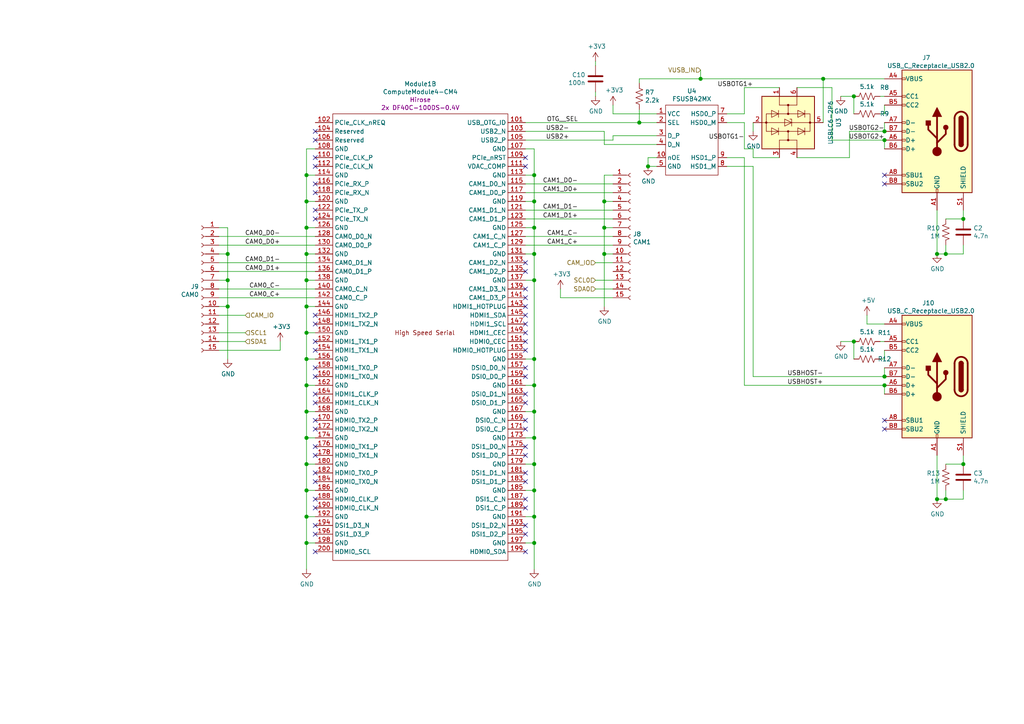
<source format=kicad_sch>
(kicad_sch (version 20201015) (generator eeschema)
  (paper "A4")
  (title_block (title "CM4 Breakout 2 (Cameras and USB)"))
  (lib_symbols
    (symbol "CM4IO:ComputeModule4-CM4"
      (property "Reference" "Module" (at 113.03 -68.58 0))
      (property "Value" "ComputeModule4-CM4" (at 140.97 2.54 0))
      (property "Field4" "Hirose" (at 0 0 0))
      (property "Field5" "2x DF40C-100DS-0.4V" (at 0 -2.54 0))
      (symbol "ComputeModule4-CM4_1_0"
        (text "GPIO" (at 0 6.35 0) (effects (font (size 1.27 1.27))))
      )
      (symbol "ComputeModule4-CM4_1_1"
        (text "600mA Max" (at -8.89 -53.34 0) (effects (font (size 1.27 1.27))))
        (text "600mA Max" (at -8.89 -48.26 0) (effects (font (size 1.27 1.27))))
        (text "NB SD signals are only available" (at -1.27 -27.94 0) (effects (font (size 1.27 1.27))))
        (text "on modules without eMMC" (at -1.27 -30.48 0) (effects (font (size 1.27 1.27))))
        (rectangle (start -30.48 -71.12) (end 25.4 58.42))
        (pin power_in line (at 27.94 55.88 180) (length 2.54) (name "GND") (number "1"))
        (pin passive line (at -33.02 45.72 0) (length 2.54) (name "Ethernet_Pair0_N") (number "10"))
        (pin output line (at -33.02 -68.58 0) (length 2.54) (name "nEXTRST") (number "100"))
        (pin passive line (at 27.94 43.18 180) (length 2.54) (name "Ethernet_Pair2_P") (number "11"))
        (pin passive line (at -33.02 43.18 0) (length 2.54) (name "Ethernet_Pair0_P") (number "12"))
        (pin power_in line (at 27.94 40.64 180) (length 2.54) (name "GND") (number "13"))
        (pin power_in line (at -33.02 40.64 0) (length 2.54) (name "GND") (number "14"))
        (pin output line (at 27.94 38.1 180) (length 2.54) (name "Ethernet_nLED3(3.3v)") (number "15"))
        (pin input line (at -33.02 38.1 0) (length 2.54) (name "Ethernet_SYNC_IN(1.8v)") (number "16"))
        (pin output line (at 27.94 35.56 180) (length 2.54) (name "Ethernet_nLED2(3.3v)") (number "17"))
        (pin input line (at -33.02 35.56 0) (length 2.54) (name "Ethernet_SYNC_OUT(1.8v)") (number "18"))
        (pin output line (at 27.94 33.02 180) (length 2.54) (name "Ethernet_nLED1(3.3v)") (number "19"))
        (pin power_in line (at -33.02 55.88 0) (length 2.54) (name "GND") (number "2"))
        (pin passive line (at -33.02 33.02 0) (length 2.54) (name "EEPROM_nWP") (number "20"))
        (pin open_collector line (at 27.94 30.48 180) (length 2.54) (name "PI_nLED_Activity") (number "21"))
        (pin power_in line (at -33.02 30.48 0) (length 2.54) (name "GND") (number "22"))
        (pin power_in line (at 27.94 27.94 180) (length 2.54) (name "GND") (number "23"))
        (pin passive line (at -33.02 27.94 0) (length 2.54) (name "GPIO26") (number "24"))
        (pin passive line (at 27.94 25.4 180) (length 2.54) (name "GPIO21") (number "25"))
        (pin passive line (at -33.02 25.4 0) (length 2.54) (name "GPIO19") (number "26"))
        (pin passive line (at 27.94 22.86 180) (length 2.54) (name "GPIO20") (number "27"))
        (pin passive line (at -33.02 22.86 0) (length 2.54) (name "GPIO13") (number "28"))
        (pin passive line (at 27.94 20.32 180) (length 2.54) (name "GPIO16") (number "29"))
        (pin passive line (at 27.94 53.34 180) (length 2.54) (name "Ethernet_Pair3_P") (number "3"))
        (pin passive line (at -33.02 20.32 0) (length 2.54) (name "GPIO6") (number "30"))
        (pin passive line (at 27.94 17.78 180) (length 2.54) (name "GPIO12") (number "31"))
        (pin power_in line (at -33.02 17.78 0) (length 2.54) (name "GND") (number "32"))
        (pin power_in line (at 27.94 15.24 180) (length 2.54) (name "GND") (number "33"))
        (pin passive line (at -33.02 15.24 0) (length 2.54) (name "GPIO5") (number "34"))
        (pin passive line (at 27.94 12.7 180) (length 2.54) (name "ID_SC") (number "35"))
        (pin passive line (at -33.02 12.7 0) (length 2.54) (name "ID_SD") (number "36"))
        (pin passive line (at 27.94 10.16 180) (length 2.54) (name "GPIO7") (number "37"))
        (pin passive line (at -33.02 10.16 0) (length 2.54) (name "GPIO11") (number "38"))
        (pin passive line (at 27.94 7.62 180) (length 2.54) (name "GPIO8") (number "39"))
        (pin passive line (at -33.02 53.34 0) (length 2.54) (name "Ethernet_Pair1_P") (number "4"))
        (pin passive line (at -33.02 7.62 0) (length 2.54) (name "GPIO9") (number "40"))
        (pin passive line (at 27.94 5.08 180) (length 2.54) (name "GPIO25") (number "41"))
        (pin power_in line (at -33.02 5.08 0) (length 2.54) (name "GND") (number "42"))
        (pin power_in line (at 27.94 2.54 180) (length 2.54) (name "GND") (number "43"))
        (pin passive line (at -33.02 2.54 0) (length 2.54) (name "GPIO10") (number "44"))
        (pin passive line (at 27.94 0 180) (length 2.54) (name "GPIO24") (number "45"))
        (pin passive line (at -33.02 0 0) (length 2.54) (name "GPIO22") (number "46"))
        (pin passive line (at 27.94 -2.54 180) (length 2.54) (name "GPIO23") (number "47"))
        (pin passive line (at -33.02 -2.54 0) (length 2.54) (name "GPIO27") (number "48"))
        (pin passive line (at 27.94 -5.08 180) (length 2.54) (name "GPIO18") (number "49"))
        (pin passive line (at 27.94 50.8 180) (length 2.54) (name "Ethernet_Pair3_N") (number "5"))
        (pin passive line (at -33.02 -5.08 0) (length 2.54) (name "GPIO17") (number "50"))
        (pin passive line (at 27.94 -7.62 180) (length 2.54) (name "GPIO15") (number "51"))
        (pin power_in line (at -33.02 -7.62 0) (length 2.54) (name "GND") (number "52"))
        (pin power_in line (at 27.94 -10.16 180) (length 2.54) (name "GND") (number "53"))
        (pin passive line (at -33.02 -10.16 0) (length 2.54) (name "GPIO4") (number "54"))
        (pin passive line (at 27.94 -12.7 180) (length 2.54) (name "GPIO14") (number "55"))
        (pin passive line (at -33.02 -12.7 0) (length 2.54) (name "GPIO3") (number "56"))
        (pin passive line (at 27.94 -15.24 180) (length 2.54) (name "SD_CLK") (number "57"))
        (pin passive line (at -33.02 -15.24 0) (length 2.54) (name "GPIO2") (number "58"))
        (pin power_in line (at 27.94 -17.78 180) (length 2.54) (name "GND") (number "59"))
        (pin passive line (at -33.02 50.8 0) (length 2.54) (name "Ethernet_Pair1_N") (number "6"))
        (pin power_in line (at -33.02 -17.78 0) (length 2.54) (name "GND") (number "60"))
        (pin passive line (at 27.94 -20.32 180) (length 2.54) (name "SD_DAT3") (number "61"))
        (pin passive line (at -33.02 -20.32 0) (length 2.54) (name "SD_CMD") (number "62"))
        (pin passive line (at 27.94 -22.86 180) (length 2.54) (name "SD_DAT0") (number "63"))
        (pin passive line (at -33.02 -22.86 0) (length 2.54) (name "SD_DAT5") (number "64"))
        (pin power_in line (at 27.94 -25.4 180) (length 2.54) (name "GND") (number "65"))
        (pin power_in line (at -33.02 -25.4 0) (length 2.54) (name "GND") (number "66"))
        (pin passive line (at 27.94 -27.94 180) (length 2.54) (name "SD_DAT1") (number "67"))
        (pin passive line (at -33.02 -27.94 0) (length 2.54) (name "SD_DAT4") (number "68"))
        (pin passive line (at 27.94 -30.48 180) (length 2.54) (name "SD_DAT2") (number "69"))
        (pin power_in line (at 27.94 48.26 180) (length 2.54) (name "GND") (number "7"))
        (pin passive line (at -33.02 -30.48 0) (length 2.54) (name "SD_DAT7") (number "70"))
        (pin power_in line (at 27.94 -33.02 180) (length 2.54) (name "GND") (number "71"))
        (pin passive line (at -33.02 -33.02 0) (length 2.54) (name "SD_DAT6") (number "72"))
        (pin input line (at 27.94 -35.56 180) (length 2.54) (name "SD_VDD_Override") (number "73"))
        (pin power_in line (at -33.02 -35.56 0) (length 2.54) (name "GND") (number "74"))
        (pin output line (at 27.94 -38.1 180) (length 2.54) (name "SD_PWR_ON") (number "75"))
        (pin passive line (at -33.02 -38.1 0) (length 2.54) (name "Reserved") (number "76"))
        (pin power_in line (at 27.94 -40.64 180) (length 2.54) (name "+5v_(Input)") (number "77"))
        (pin power_in line (at -33.02 -40.64 0) (length 2.54) (name "GPIO_VREF(1.8v/3.3v_Input)") (number "78"))
        (pin power_in line (at 27.94 -43.18 180) (length 2.54) (name "+5v_(Input)") (number "79"))
        (pin power_in line (at -33.02 48.26 0) (length 2.54) (name "GND") (number "8"))
        (pin passive line (at -33.02 -43.18 0) (length 2.54) (name "SCL0") (number "80"))
        (pin power_in line (at 27.94 -45.72 180) (length 2.54) (name "+5v_(Input)") (number "81"))
        (pin passive line (at -33.02 -45.72 0) (length 2.54) (name "SDA0") (number "82"))
        (pin power_in line (at 27.94 -48.26 180) (length 2.54) (name "+5v_(Input)") (number "83"))
        (pin power_out line (at -33.02 -48.26 0) (length 2.54) (name "+3.3v_(Output)") (number "84"))
        (pin power_in line (at 27.94 -50.8 180) (length 2.54) (name "+5v_(Input)") (number "85"))
        (pin power_out line (at -33.02 -50.8 0) (length 2.54) (name "+3.3v_(Output)") (number "86"))
        (pin power_in line (at 27.94 -53.34 180) (length 2.54) (name "+5v_(Input)") (number "87"))
        (pin power_out line (at -33.02 -53.34 0) (length 2.54) (name "+1.8v_(Output)") (number "88"))
        (pin power_in line (at 27.94 -55.88 180) (length 2.54) (name "WiFi_nDisable") (number "89"))
        (pin passive line (at 27.94 45.72 180) (length 2.54) (name "Ethernet_Pair2_N") (number "9"))
        (pin power_out line (at -33.02 -55.88 0) (length 2.54) (name "+1.8v_(Output)") (number "90"))
        (pin power_in line (at 27.94 -58.42 180) (length 2.54) (name "BT_nDisable") (number "91"))
        (pin passive line (at -33.02 -58.42 0) (length 2.54) (name "RUN_PG") (number "92"))
        (pin input line (at 27.94 -60.96 180) (length 2.54) (name "nRPIBOOT") (number "93"))
        (pin passive line (at -33.02 -60.96 0) (length 2.54) (name "AnalogIP0") (number "94"))
        (pin output line (at 27.94 -63.5 180) (length 2.54) (name "nPI_LED_PWR") (number "95"))
        (pin passive line (at -33.02 -63.5 0) (length 2.54) (name "AnalogIP1") (number "96"))
        (pin passive line (at 27.94 -66.04 180) (length 2.54) (name "Camera_GPIO") (number "97"))
        (pin power_in line (at -33.02 -66.04 0) (length 2.54) (name "GND") (number "98"))
        (pin input line (at 27.94 -68.58 180) (length 2.54) (name "Global_EN") (number "99"))
      )
      (symbol "ComputeModule4-CM4_2_1"
        (text "High Speed Serial" (at 140.97 0 0) (effects (font (size 1.27 1.27))))
        (rectangle (start 114.3 -66.04) (end 165.1 63.5))
        (pin input line (at 170.18 60.96 180) (length 5.08) (name "USB_OTG_ID") (number "101"))
        (pin input line (at 109.22 60.96 0) (length 5.08) (name "PCIe_CLK_nREQ") (number "102"))
        (pin passive line (at 170.18 58.42 180) (length 5.08) (name "USB2_N") (number "103"))
        (pin passive line (at 109.22 58.42 0) (length 5.08) (name "Reserved") (number "104"))
        (pin passive line (at 170.18 55.88 180) (length 5.08) (name "USB2_P") (number "105"))
        (pin passive line (at 109.22 55.88 0) (length 5.08) (name "Reserved") (number "106"))
        (pin power_in line (at 170.18 53.34 180) (length 5.08) (name "GND") (number "107"))
        (pin power_in line (at 109.22 53.34 0) (length 5.08) (name "GND") (number "108"))
        (pin bidirectional line (at 170.18 50.8 180) (length 5.08) (name "PCIe_nRST") (number "109"))
        (pin output line (at 109.22 50.8 0) (length 5.08) (name "PCIe_CLK_P") (number "110"))
        (pin passive line (at 170.18 48.26 180) (length 5.08) (name "VDAC_COMP") (number "111"))
        (pin output line (at 109.22 48.26 0) (length 5.08) (name "PCIe_CLK_N") (number "112"))
        (pin power_in line (at 170.18 45.72 180) (length 5.08) (name "GND") (number "113"))
        (pin power_in line (at 109.22 45.72 0) (length 5.08) (name "GND") (number "114"))
        (pin input line (at 170.18 43.18 180) (length 5.08) (name "CAM1_D0_N") (number "115"))
        (pin input line (at 109.22 43.18 0) (length 5.08) (name "PCIe_RX_P") (number "116"))
        (pin input line (at 170.18 40.64 180) (length 5.08) (name "CAM1_D0_P") (number "117"))
        (pin input line (at 109.22 40.64 0) (length 5.08) (name "PCIe_RX_N") (number "118"))
        (pin power_in line (at 170.18 38.1 180) (length 5.08) (name "GND") (number "119"))
        (pin power_in line (at 109.22 38.1 0) (length 5.08) (name "GND") (number "120"))
        (pin input line (at 170.18 35.56 180) (length 5.08) (name "CAM1_D1_N") (number "121"))
        (pin output line (at 109.22 35.56 0) (length 5.08) (name "PCIe_TX_P") (number "122"))
        (pin input line (at 170.18 33.02 180) (length 5.08) (name "CAM1_D1_P") (number "123"))
        (pin output line (at 109.22 33.02 0) (length 5.08) (name "PCIe_TX_N") (number "124"))
        (pin power_in line (at 170.18 30.48 180) (length 5.08) (name "GND") (number "125"))
        (pin power_in line (at 109.22 30.48 0) (length 5.08) (name "GND") (number "126"))
        (pin input line (at 170.18 27.94 180) (length 5.08) (name "CAM1_C_N") (number "127"))
        (pin input line (at 109.22 27.94 0) (length 5.08) (name "CAM0_D0_N") (number "128"))
        (pin input line (at 170.18 25.4 180) (length 5.08) (name "CAM1_C_P") (number "129"))
        (pin input line (at 109.22 25.4 0) (length 5.08) (name "CAM0_D0_P") (number "130"))
        (pin power_in line (at 170.18 22.86 180) (length 5.08) (name "GND") (number "131"))
        (pin power_in line (at 109.22 22.86 0) (length 5.08) (name "GND") (number "132"))
        (pin input line (at 170.18 20.32 180) (length 5.08) (name "CAM1_D2_N") (number "133"))
        (pin input line (at 109.22 20.32 0) (length 5.08) (name "CAM0_D1_N") (number "134"))
        (pin input line (at 170.18 17.78 180) (length 5.08) (name "CAM1_D2_P") (number "135"))
        (pin input line (at 109.22 17.78 0) (length 5.08) (name "CAM0_D1_P") (number "136"))
        (pin power_in line (at 170.18 15.24 180) (length 5.08) (name "GND") (number "137"))
        (pin power_in line (at 109.22 15.24 0) (length 5.08) (name "GND") (number "138"))
        (pin input line (at 170.18 12.7 180) (length 5.08) (name "CAM1_D3_N") (number "139"))
        (pin input line (at 109.22 12.7 0) (length 5.08) (name "CAM0_C_N") (number "140"))
        (pin input line (at 170.18 10.16 180) (length 5.08) (name "CAM1_D3_P") (number "141"))
        (pin input line (at 109.22 10.16 0) (length 5.08) (name "CAM0_C_P") (number "142"))
        (pin input line (at 170.18 7.62 180) (length 5.08) (name "HDMI1_HOTPLUG") (number "143"))
        (pin power_in line (at 109.22 7.62 0) (length 5.08) (name "GND") (number "144"))
        (pin bidirectional line (at 170.18 5.08 180) (length 5.08) (name "HDMI1_SDA") (number "145"))
        (pin output line (at 109.22 5.08 0) (length 5.08) (name "HDMI1_TX2_P") (number "146"))
        (pin open_collector line (at 170.18 2.54 180) (length 5.08) (name "HDMI1_SCL") (number "147"))
        (pin output line (at 109.22 2.54 0) (length 5.08) (name "HDMI1_TX2_N") (number "148"))
        (pin open_collector line (at 170.18 0 180) (length 5.08) (name "HDMI1_CEC") (number "149"))
        (pin power_in line (at 109.22 0 0) (length 5.08) (name "GND") (number "150"))
        (pin open_collector line (at 170.18 -2.54 180) (length 5.08) (name "HDMI0_CEC") (number "151"))
        (pin output line (at 109.22 -2.54 0) (length 5.08) (name "HDMI1_TX1_P") (number "152"))
        (pin input line (at 170.18 -5.08 180) (length 5.08) (name "HDMI0_HOTPLUG") (number "153"))
        (pin output line (at 109.22 -5.08 0) (length 5.08) (name "HDMI1_TX1_N") (number "154"))
        (pin power_in line (at 170.18 -7.62 180) (length 5.08) (name "GND") (number "155"))
        (pin power_in line (at 109.22 -7.62 0) (length 5.08) (name "GND") (number "156"))
        (pin output line (at 170.18 -10.16 180) (length 5.08) (name "DSI0_D0_N") (number "157"))
        (pin output line (at 109.22 -10.16 0) (length 5.08) (name "HDMI1_TX0_P") (number "158"))
        (pin output line (at 170.18 -12.7 180) (length 5.08) (name "DSI0_D0_P") (number "159"))
        (pin output line (at 109.22 -12.7 0) (length 5.08) (name "HDMI1_TX0_N") (number "160"))
        (pin power_in line (at 170.18 -15.24 180) (length 5.08) (name "GND") (number "161"))
        (pin power_in line (at 109.22 -15.24 0) (length 5.08) (name "GND") (number "162"))
        (pin output line (at 170.18 -17.78 180) (length 5.08) (name "DSI0_D1_N") (number "163"))
        (pin output line (at 109.22 -17.78 0) (length 5.08) (name "HDMI1_CLK_P") (number "164"))
        (pin output line (at 170.18 -20.32 180) (length 5.08) (name "DSI0_D1_P") (number "165"))
        (pin output line (at 109.22 -20.32 0) (length 5.08) (name "HDMI1_CLK_N") (number "166"))
        (pin power_in line (at 170.18 -22.86 180) (length 5.08) (name "GND") (number "167"))
        (pin power_in line (at 109.22 -22.86 0) (length 5.08) (name "GND") (number "168"))
        (pin output line (at 170.18 -25.4 180) (length 5.08) (name "DSI0_C_N") (number "169"))
        (pin output line (at 109.22 -25.4 0) (length 5.08) (name "HDMI0_TX2_P") (number "170"))
        (pin output line (at 170.18 -27.94 180) (length 5.08) (name "DSI0_C_P") (number "171"))
        (pin output line (at 109.22 -27.94 0) (length 5.08) (name "HDMI0_TX2_N") (number "172"))
        (pin power_in line (at 170.18 -30.48 180) (length 5.08) (name "GND") (number "173"))
        (pin power_in line (at 109.22 -30.48 0) (length 5.08) (name "GND") (number "174"))
        (pin output line (at 170.18 -33.02 180) (length 5.08) (name "DSI1_D0_N") (number "175"))
        (pin output line (at 109.22 -33.02 0) (length 5.08) (name "HDMI0_TX1_P") (number "176"))
        (pin output line (at 170.18 -35.56 180) (length 5.08) (name "DSI1_D0_P") (number "177"))
        (pin output line (at 109.22 -35.56 0) (length 5.08) (name "HDMI0_TX1_N") (number "178"))
        (pin power_in line (at 170.18 -38.1 180) (length 5.08) (name "GND") (number "179"))
        (pin power_in line (at 109.22 -38.1 0) (length 5.08) (name "GND") (number "180"))
        (pin output line (at 170.18 -40.64 180) (length 5.08) (name "DSI1_D1_N") (number "181"))
        (pin output line (at 109.22 -40.64 0) (length 5.08) (name "HDMI0_TX0_P") (number "182"))
        (pin output line (at 170.18 -43.18 180) (length 5.08) (name "DSI1_D1_P") (number "183"))
        (pin output line (at 109.22 -43.18 0) (length 5.08) (name "HDMI0_TX0_N") (number "184"))
        (pin power_in line (at 170.18 -45.72 180) (length 5.08) (name "GND") (number "185"))
        (pin power_in line (at 109.22 -45.72 0) (length 5.08) (name "GND") (number "186"))
        (pin output line (at 170.18 -48.26 180) (length 5.08) (name "DSI1_C_N") (number "187"))
        (pin output line (at 109.22 -48.26 0) (length 5.08) (name "HDMI0_CLK_P") (number "188"))
        (pin output line (at 170.18 -50.8 180) (length 5.08) (name "DSI1_C_P") (number "189"))
        (pin output line (at 109.22 -50.8 0) (length 5.08) (name "HDMI0_CLK_N") (number "190"))
        (pin power_in line (at 170.18 -53.34 180) (length 5.08) (name "GND") (number "191"))
        (pin power_in line (at 109.22 -53.34 0) (length 5.08) (name "GND") (number "192"))
        (pin output line (at 170.18 -55.88 180) (length 5.08) (name "DSI1_D2_N") (number "193"))
        (pin output line (at 109.22 -55.88 0) (length 5.08) (name "DSI1_D3_N") (number "194"))
        (pin output line (at 170.18 -58.42 180) (length 5.08) (name "DSI1_D2_P") (number "195"))
        (pin output line (at 109.22 -58.42 0) (length 5.08) (name "DSI1_D3_P") (number "196"))
        (pin power_in line (at 170.18 -60.96 180) (length 5.08) (name "GND") (number "197"))
        (pin power_in line (at 109.22 -60.96 0) (length 5.08) (name "GND") (number "198"))
        (pin bidirectional line (at 170.18 -63.5 180) (length 5.08) (name "HDMI0_SDA") (number "199"))
        (pin open_collector line (at 109.22 -63.5 0) (length 5.08) (name "HDMI0_SCL") (number "200"))
      )
    )
    (symbol "CM4IO:FSUSB42MX"
      (property "Reference" "U" (at -7.62 20.32 0))
      (property "Value" "FSUSB42MX" (at -2.54 -2.54 0))
      (symbol "FSUSB42MX_0_0"
        (pin power_in line (at 8.89 16.51 180) (length 2.54) (name "VCC") (number "1"))
        (pin input line (at 8.89 3.81 180) (length 2.54) (name "nOE") (number "10"))
        (pin input line (at 8.89 13.97 180) (length 2.54) (name "SEL") (number "2"))
        (pin bidirectional line (at 8.89 10.16 180) (length 2.54) (name "D_P") (number "3"))
        (pin bidirectional line (at 8.89 7.62 180) (length 2.54) (name "D_N") (number "4"))
        (pin power_in line (at 8.89 1.27 180) (length 2.54) (name "GND") (number "5"))
        (pin bidirectional line (at -11.43 13.97 0) (length 2.54) (name "HSD0_M") (number "6"))
        (pin bidirectional line (at -11.43 16.51 0) (length 2.54) (name "HSD0_P") (number "7"))
        (pin bidirectional line (at -11.43 1.27 0) (length 2.54) (name "HSD1_M") (number "8"))
        (pin bidirectional line (at -11.43 3.81 0) (length 2.54) (name "HSD1_P") (number "9"))
      )
      (symbol "FSUSB42MX_0_1"
        (rectangle (start -8.89 19.05) (end 6.35 -1.27))
      )
    )
    (symbol "Connector:Conn_01x15_Female" (pin_names (offset 1.016) hide)
      (property "Reference" "J" (at 0 20.32 0))
      (property "Value" "Conn_01x15_Female" (at 0 -20.32 0))
      (symbol "Conn_01x15_Female_1_1"
        (arc (start 0 -17.272) (end 0 -18.288) (radius (at 0 -17.78) (length 0.508) (angles 90.1 -90.1)) (stroke (width 0.1524)))
        (arc (start 0 -14.732) (end 0 -15.748) (radius (at 0 -15.24) (length 0.508) (angles 90.1 -90.1)) (stroke (width 0.1524)))
        (arc (start 0 -12.192) (end 0 -13.208) (radius (at 0 -12.7) (length 0.508) (angles 90.1 -90.1)) (stroke (width 0.1524)))
        (arc (start 0 -9.652) (end 0 -10.668) (radius (at 0 -10.16) (length 0.508) (angles 90.1 -90.1)) (stroke (width 0.1524)))
        (arc (start 0 -7.112) (end 0 -8.128) (radius (at 0 -7.62) (length 0.508) (angles 90.1 -90.1)) (stroke (width 0.1524)))
        (arc (start 0 -4.572) (end 0 -5.588) (radius (at 0 -5.08) (length 0.508) (angles 90.1 -90.1)) (stroke (width 0.1524)))
        (arc (start 0 -2.032) (end 0 -3.048) (radius (at 0 -2.54) (length 0.508) (angles 90.1 -90.1)) (stroke (width 0.1524)))
        (arc (start 0 0.508) (end 0 -0.508) (radius (at 0 0) (length 0.508) (angles 90.1 -90.1)) (stroke (width 0.1524)))
        (arc (start 0 3.048) (end 0 2.032) (radius (at 0 2.54) (length 0.508) (angles 90.1 -90.1)) (stroke (width 0.1524)))
        (arc (start 0 5.588) (end 0 4.572) (radius (at 0 5.08) (length 0.508) (angles 90.1 -90.1)) (stroke (width 0.1524)))
        (arc (start 0 8.128) (end 0 7.112) (radius (at 0 7.62) (length 0.508) (angles 90.1 -90.1)) (stroke (width 0.1524)))
        (arc (start 0 10.668) (end 0 9.652) (radius (at 0 10.16) (length 0.508) (angles 90.1 -90.1)) (stroke (width 0.1524)))
        (arc (start 0 13.208) (end 0 12.192) (radius (at 0 12.7) (length 0.508) (angles 90.1 -90.1)) (stroke (width 0.1524)))
        (arc (start 0 15.748) (end 0 14.732) (radius (at 0 15.24) (length 0.508) (angles 90.1 -90.1)) (stroke (width 0.1524)))
        (arc (start 0 18.288) (end 0 17.272) (radius (at 0 17.78) (length 0.508) (angles 90.1 -90.1)) (stroke (width 0.1524)))
        (polyline (pts (xy -1.27 -17.78) (xy -0.508 -17.78)) (stroke (width 0.1524)))
        (polyline (pts (xy -1.27 -15.24) (xy -0.508 -15.24)) (stroke (width 0.1524)))
        (polyline (pts (xy -1.27 -12.7) (xy -0.508 -12.7)) (stroke (width 0.1524)))
        (polyline (pts (xy -1.27 -10.16) (xy -0.508 -10.16)) (stroke (width 0.1524)))
        (polyline (pts (xy -1.27 -7.62) (xy -0.508 -7.62)) (stroke (width 0.1524)))
        (polyline (pts (xy -1.27 -5.08) (xy -0.508 -5.08)) (stroke (width 0.1524)))
        (polyline (pts (xy -1.27 -2.54) (xy -0.508 -2.54)) (stroke (width 0.1524)))
        (polyline (pts (xy -1.27 0) (xy -0.508 0)) (stroke (width 0.1524)))
        (polyline (pts (xy -1.27 2.54) (xy -0.508 2.54)) (stroke (width 0.1524)))
        (polyline (pts (xy -1.27 5.08) (xy -0.508 5.08)) (stroke (width 0.1524)))
        (polyline (pts (xy -1.27 7.62) (xy -0.508 7.62)) (stroke (width 0.1524)))
        (polyline (pts (xy -1.27 10.16) (xy -0.508 10.16)) (stroke (width 0.1524)))
        (polyline (pts (xy -1.27 12.7) (xy -0.508 12.7)) (stroke (width 0.1524)))
        (polyline (pts (xy -1.27 15.24) (xy -0.508 15.24)) (stroke (width 0.1524)))
        (polyline (pts (xy -1.27 17.78) (xy -0.508 17.78)) (stroke (width 0.1524)))
        (pin passive line (at -5.08 17.78 0) (length 3.81) (name "Pin_1") (number "1"))
        (pin passive line (at -5.08 -5.08 0) (length 3.81) (name "Pin_10") (number "10"))
        (pin passive line (at -5.08 -7.62 0) (length 3.81) (name "Pin_11") (number "11"))
        (pin passive line (at -5.08 -10.16 0) (length 3.81) (name "Pin_12") (number "12"))
        (pin passive line (at -5.08 -12.7 0) (length 3.81) (name "Pin_13") (number "13"))
        (pin passive line (at -5.08 -15.24 0) (length 3.81) (name "Pin_14") (number "14"))
        (pin passive line (at -5.08 -17.78 0) (length 3.81) (name "Pin_15") (number "15"))
        (pin passive line (at -5.08 15.24 0) (length 3.81) (name "Pin_2") (number "2"))
        (pin passive line (at -5.08 12.7 0) (length 3.81) (name "Pin_3") (number "3"))
        (pin passive line (at -5.08 10.16 0) (length 3.81) (name "Pin_4") (number "4"))
        (pin passive line (at -5.08 7.62 0) (length 3.81) (name "Pin_5") (number "5"))
        (pin passive line (at -5.08 5.08 0) (length 3.81) (name "Pin_6") (number "6"))
        (pin passive line (at -5.08 2.54 0) (length 3.81) (name "Pin_7") (number "7"))
        (pin passive line (at -5.08 0 0) (length 3.81) (name "Pin_8") (number "8"))
        (pin passive line (at -5.08 -2.54 0) (length 3.81) (name "Pin_9") (number "9"))
      )
    )
    (symbol "Connector:USB_C_Receptacle_USB2.0" (pin_names (offset 1.016))
      (property "Reference" "J" (at -10.16 19.05 0))
      (property "Value" "USB_C_Receptacle_USB2.0" (at 19.05 19.05 0))
      (symbol "USB_C_Receptacle_USB2.0_0_0"
        (rectangle (start -0.254 -17.78) (end 0.254 -16.764))
        (rectangle (start 10.16 -14.986) (end 9.144 -15.494))
        (rectangle (start 10.16 -12.446) (end 9.144 -12.954))
        (rectangle (start 10.16 -4.826) (end 9.144 -5.334))
        (rectangle (start 10.16 -2.286) (end 9.144 -2.794))
        (rectangle (start 10.16 0.254) (end 9.144 -0.254))
        (rectangle (start 10.16 2.794) (end 9.144 2.286))
        (rectangle (start 10.16 7.874) (end 9.144 7.366))
        (rectangle (start 10.16 10.414) (end 9.144 9.906))
        (rectangle (start 10.16 15.494) (end 9.144 14.986))
      )
      (symbol "USB_C_Receptacle_USB2.0_0_1"
        (arc (start -8.89 -3.81) (end -5.08 -3.81) (radius (at -6.985 -3.81) (length 1.905) (angles -179.9 -0.1)) (stroke (width 0.508)))
        (arc (start -7.62 -3.81) (end -6.35 -3.81) (radius (at -6.985 -3.81) (length 0.635) (angles -179.9 -0.1)) (stroke (width 0.254)))
        (arc (start -7.62 -3.81) (end -6.35 -3.81) (radius (at -6.985 -3.81) (length 0.635) (angles -179.9 -0.1)) (stroke (width 0.254)) (fill (type outline)))
        (arc (start -6.35 3.81) (end -7.62 3.81) (radius (at -6.985 3.81) (length 0.635) (angles 0.1 179.9)) (stroke (width 0.254)) (fill (type outline)))
        (arc (start -6.35 3.81) (end -7.62 3.81) (radius (at -6.985 3.81) (length 0.635) (angles 0.1 179.9)) (stroke (width 0.254)))
        (arc (start -5.08 3.81) (end -8.89 3.81) (radius (at -6.985 3.81) (length 1.905) (angles 0.1 179.9)) (stroke (width 0.508)))
        (circle (center -2.54 1.143) (radius 0.635) (stroke (width 0.254)) (fill (type outline)))
        (circle (center 0 -5.842) (radius 1.27) (fill (type outline)))
        (rectangle (start -10.16 17.78) (end 10.16 -17.78) (stroke (width 0.254)) (fill (type background)))
        (rectangle (start -7.62 -3.81) (end -6.35 3.81) (stroke (width 0.254)) (fill (type outline)))
        (rectangle (start 1.905 1.778) (end 3.175 3.048) (stroke (width 0.254)) (fill (type outline)))
        (polyline (pts (xy -8.89 -3.81) (xy -8.89 3.81)) (stroke (width 0.508)))
        (polyline (pts (xy -5.08 3.81) (xy -5.08 -3.81)) (stroke (width 0.508)))
        (polyline (pts (xy 0 -5.842) (xy 0 4.318)) (stroke (width 0.508)))
        (polyline (pts (xy 0 -3.302) (xy -2.54 -0.762) (xy -2.54 0.508)) (stroke (width 0.508)))
        (polyline (pts (xy 0 -2.032) (xy 2.54 0.508) (xy 2.54 1.778)) (stroke (width 0.508)))
        (polyline (pts (xy -1.27 4.318) (xy 0 6.858) (xy 1.27 4.318) (xy -1.27 4.318)) (stroke (width 0.254)) (fill (type outline)))
      )
      (symbol "USB_C_Receptacle_USB2.0_1_1"
        (pin passive line (at 0 -22.86 90) (length 5.08) (name "GND") (number "A1"))
        (pin passive line (at 0 -22.86 90) (length 5.08) hide (name "GND") (number "A12"))
        (pin passive line (at 15.24 15.24 180) (length 5.08) (name "VBUS") (number "A4"))
        (pin bidirectional line (at 15.24 10.16 180) (length 5.08) (name "CC1") (number "A5"))
        (pin bidirectional line (at 15.24 -2.54 180) (length 5.08) (name "D+") (number "A6"))
        (pin bidirectional line (at 15.24 2.54 180) (length 5.08) (name "D-") (number "A7"))
        (pin bidirectional line (at 15.24 -12.7 180) (length 5.08) (name "SBU1") (number "A8"))
        (pin passive line (at 15.24 15.24 180) (length 5.08) hide (name "VBUS") (number "A9"))
        (pin passive line (at 0 -22.86 90) (length 5.08) hide (name "GND") (number "B1"))
        (pin passive line (at 0 -22.86 90) (length 5.08) hide (name "GND") (number "B12"))
        (pin passive line (at 15.24 15.24 180) (length 5.08) hide (name "VBUS") (number "B4"))
        (pin bidirectional line (at 15.24 7.62 180) (length 5.08) (name "CC2") (number "B5"))
        (pin bidirectional line (at 15.24 -5.08 180) (length 5.08) (name "D+") (number "B6"))
        (pin bidirectional line (at 15.24 0 180) (length 5.08) (name "D-") (number "B7"))
        (pin bidirectional line (at 15.24 -15.24 180) (length 5.08) (name "SBU2") (number "B8"))
        (pin passive line (at 15.24 15.24 180) (length 5.08) hide (name "VBUS") (number "B9"))
        (pin passive line (at -7.62 -22.86 90) (length 5.08) (name "SHIELD") (number "S1"))
      )
    )
    (symbol "Device:C" (pin_numbers hide) (pin_names (offset 0.254))
      (property "Reference" "C" (at 0.635 2.54 0))
      (property "Value" "C" (at 0.635 -2.54 0))
      (symbol "C_0_1"
        (polyline (pts (xy -2.032 -0.762) (xy 2.032 -0.762)) (stroke (width 0.508)))
        (polyline (pts (xy -2.032 0.762) (xy 2.032 0.762)) (stroke (width 0.508)))
      )
      (symbol "C_1_1"
        (pin passive line (at 0 3.81 270) (length 2.794) (name "~") (number "1"))
        (pin passive line (at 0 -3.81 90) (length 2.794) (name "~") (number "2"))
      )
    )
    (symbol "Device:R_US" (pin_numbers hide) (pin_names (offset 0))
      (property "Reference" "R" (at 2.54 0 90))
      (property "Value" "R_US" (at -2.54 0 90))
      (symbol "R_US_0_1"
        (polyline (pts (xy 0 -2.286) (xy 0 -2.54)))
        (polyline (pts (xy 0 2.286) (xy 0 2.54)))
        (polyline (pts (xy 0 -0.762) (xy 1.016 -1.143) (xy 0 -1.524) (xy -1.016 -1.905) (xy 0 -2.286)))
        (polyline (pts (xy 0 0.762) (xy 1.016 0.381) (xy 0 0) (xy -1.016 -0.381) (xy 0 -0.762)))
        (polyline (pts (xy 0 2.286) (xy 1.016 1.905) (xy 0 1.524) (xy -1.016 1.143) (xy 0 0.762)))
      )
      (symbol "R_US_1_1"
        (pin passive line (at 0 3.81 270) (length 1.27) (name "~") (number "1"))
        (pin passive line (at 0 -3.81 90) (length 1.27) (name "~") (number "2"))
      )
    )
    (symbol "Power_Protection:USBLC6-2P6" (pin_names hide)
      (property "Reference" "U" (at 2.54 8.89 0))
      (property "Value" "USBLC6-2P6" (at 2.54 -8.89 0))
      (symbol "USBLC6-2P6_0_1"
        (circle (center -5.08 0) (radius 0.254) (fill (type outline)))
        (circle (center -2.54 0) (radius 0.254) (fill (type outline)))
        (circle (center 0 -6.35) (radius 0.254) (fill (type outline)))
        (circle (center 0 6.35) (radius 0.254) (fill (type outline)))
        (circle (center 2.54 0) (radius 0.254) (fill (type outline)))
        (circle (center 5.08 0) (radius 0.254) (fill (type outline)))
        (rectangle (start -7.62 -7.62) (end 7.62 7.62) (stroke (width 0.254)) (fill (type background)))
        (rectangle (start -2.54 6.35) (end 2.54 -6.35))
        (polyline (pts (xy -5.08 -2.54) (xy -7.62 -2.54)))
        (polyline (pts (xy -5.08 0) (xy -5.08 -2.54)))
        (polyline (pts (xy -5.08 2.54) (xy -7.62 2.54)))
        (polyline (pts (xy -1.524 -2.794) (xy -3.556 -2.794)))
        (polyline (pts (xy -1.524 4.826) (xy -3.556 4.826)))
        (polyline (pts (xy 0 -7.62) (xy 0 -6.35)))
        (polyline (pts (xy 0 -6.35) (xy 0 1.27)))
        (polyline (pts (xy 0 1.27) (xy 0 6.35)))
        (polyline (pts (xy 0 6.35) (xy 0 7.62)))
        (polyline (pts (xy 1.524 -2.794) (xy 3.556 -2.794)))
        (polyline (pts (xy 1.524 4.826) (xy 3.556 4.826)))
        (polyline (pts (xy 5.08 -2.54) (xy 7.62 -2.54)))
        (polyline (pts (xy 5.08 0) (xy 5.08 -2.54)))
        (polyline (pts (xy 5.08 2.54) (xy 7.62 2.54)))
        (polyline (pts (xy -2.54 0) (xy -5.08 0) (xy -5.08 2.54)))
        (polyline (pts (xy 2.54 0) (xy 5.08 0) (xy 5.08 2.54)))
        (polyline (pts (xy -3.556 -4.826) (xy -1.524 -4.826) (xy -2.54 -2.794) (xy -3.556 -4.826)))
        (polyline (pts (xy -3.556 2.794) (xy -1.524 2.794) (xy -2.54 4.826) (xy -3.556 2.794)))
        (polyline (pts (xy -1.016 -1.016) (xy 1.016 -1.016) (xy 0 1.016) (xy -1.016 -1.016)))
        (polyline (pts (xy 1.016 1.016) (xy 0.762 1.016) (xy -1.016 1.016) (xy -1.016 0.508)))
        (polyline (pts (xy 3.556 -4.826) (xy 1.524 -4.826) (xy 2.54 -2.794) (xy 3.556 -4.826)))
        (polyline (pts (xy 3.556 2.794) (xy 1.524 2.794) (xy 2.54 4.826) (xy 3.556 2.794)))
      )
      (symbol "USBLC6-2P6_1_1"
        (pin passive line (at -10.16 -2.54 0) (length 2.54) (name "I/O1") (number "1"))
        (pin passive line (at 0 -10.16 90) (length 2.54) (name "GND") (number "2"))
        (pin passive line (at 10.16 -2.54 180) (length 2.54) (name "I/O2") (number "3"))
        (pin passive line (at 10.16 2.54 180) (length 2.54) (name "I/O2") (number "4"))
        (pin passive line (at 0 10.16 270) (length 2.54) (name "VBUS") (number "5"))
        (pin passive line (at -10.16 2.54 0) (length 2.54) (name "I/O1") (number "6"))
      )
    )
    (symbol "power:+3V3" (power) (pin_names (offset 0))
      (property "Value" "+3V3" (at 0 3.556 0))
      (symbol "+3V3_0_1"
        (polyline (pts (xy -0.762 1.27) (xy 0 2.54)))
        (polyline (pts (xy 0 0) (xy 0 2.54)))
        (polyline (pts (xy 0 2.54) (xy 0.762 1.27)))
      )
      (symbol "+3V3_1_1"
        (pin power_in line (at 0 0 90) (length 0) hide (name "+3V3") (number "1"))
      )
    )
    (symbol "power:+5V" (power) (pin_names (offset 0))
      (property "Value" "+5V" (at 0 3.556 0))
      (symbol "+5V_0_1"
        (polyline (pts (xy -0.762 1.27) (xy 0 2.54)))
        (polyline (pts (xy 0 0) (xy 0 2.54)))
        (polyline (pts (xy 0 2.54) (xy 0.762 1.27)))
      )
      (symbol "+5V_1_1"
        (pin power_in line (at 0 0 90) (length 0) hide (name "+5V") (number "1"))
      )
    )
    (symbol "power:GND" (power) (pin_names (offset 0))
      (property "Value" "GND" (at 0 -3.81 0))
      (symbol "GND_0_1"
        (polyline (pts (xy 0 0) (xy 0 -1.27) (xy 1.27 -1.27) (xy 0 -2.54) (xy -1.27 -1.27) (xy 0 -1.27)))
      )
      (symbol "GND_1_1"
        (pin power_in line (at 0 0 270) (length 0) hide (name "GND") (number "1"))
      )
    )
  )
  (junction (at 66.04 73.66) (diameter 1.016))
  (junction (at 66.04 81.28) (diameter 1.016))
  (junction (at 66.04 88.9) (diameter 1.016))
  (junction (at 88.9 50.8) (diameter 1.016))
  (junction (at 88.9 58.42) (diameter 1.016))
  (junction (at 88.9 66.04) (diameter 1.016))
  (junction (at 88.9 73.66) (diameter 1.016))
  (junction (at 88.9 81.28) (diameter 1.016))
  (junction (at 88.9 88.9) (diameter 1.016))
  (junction (at 88.9 96.52) (diameter 1.016))
  (junction (at 88.9 104.14) (diameter 1.016))
  (junction (at 88.9 111.76) (diameter 1.016))
  (junction (at 88.9 119.38) (diameter 1.016))
  (junction (at 88.9 127) (diameter 1.016))
  (junction (at 88.9 134.62) (diameter 1.016))
  (junction (at 88.9 142.24) (diameter 1.016))
  (junction (at 88.9 149.86) (diameter 1.016))
  (junction (at 88.9 157.48) (diameter 1.016))
  (junction (at 154.94 50.8) (diameter 1.016))
  (junction (at 154.94 58.42) (diameter 1.016))
  (junction (at 154.94 66.04) (diameter 1.016))
  (junction (at 154.94 73.66) (diameter 1.016))
  (junction (at 154.94 81.28) (diameter 1.016))
  (junction (at 154.94 104.14) (diameter 1.016))
  (junction (at 154.94 111.76) (diameter 1.016))
  (junction (at 154.94 119.38) (diameter 1.016))
  (junction (at 154.94 127) (diameter 1.016))
  (junction (at 154.94 134.62) (diameter 1.016))
  (junction (at 154.94 142.24) (diameter 1.016))
  (junction (at 154.94 149.86) (diameter 1.016))
  (junction (at 154.94 157.48) (diameter 1.016))
  (junction (at 175.26 58.42) (diameter 1.016))
  (junction (at 175.26 66.04) (diameter 1.016))
  (junction (at 175.26 73.66) (diameter 1.016))
  (junction (at 185.42 35.56) (diameter 1.016))
  (junction (at 187.96 48.26) (diameter 1.016))
  (junction (at 203.2 22.86) (diameter 1.016))
  (junction (at 238.76 22.86) (diameter 1.016))
  (junction (at 247.65 27.94) (diameter 1.016))
  (junction (at 247.65 99.06) (diameter 1.016))
  (junction (at 256.54 38.1) (diameter 1.016))
  (junction (at 256.54 40.64) (diameter 1.016))
  (junction (at 256.54 109.22) (diameter 1.016))
  (junction (at 256.54 111.76) (diameter 1.016))
  (junction (at 271.78 73.66) (diameter 1.016))
  (junction (at 271.78 144.78) (diameter 1.016))
  (junction (at 274.32 73.66) (diameter 1.016))
  (junction (at 274.32 144.78) (diameter 1.016))
  (junction (at 279.4 63.5) (diameter 1.016))
  (junction (at 279.4 134.62) (diameter 1.016))
  (no_connect (at 91.44 48.26))
  (no_connect (at 256.54 124.46))
  (no_connect (at 91.44 121.92))
  (no_connect (at 152.4 99.06))
  (no_connect (at 91.44 45.72))
  (no_connect (at 152.4 147.32))
  (no_connect (at 152.4 124.46))
  (no_connect (at 91.44 55.88))
  (no_connect (at 91.44 38.1))
  (no_connect (at 152.4 154.94))
  (no_connect (at 152.4 101.6))
  (no_connect (at 152.4 88.9))
  (no_connect (at 152.4 93.98))
  (no_connect (at 256.54 50.8))
  (no_connect (at 152.4 160.02))
  (no_connect (at 152.4 48.26))
  (no_connect (at 91.44 152.4))
  (no_connect (at 91.44 99.06))
  (no_connect (at 152.4 137.16))
  (no_connect (at 91.44 101.6))
  (no_connect (at 91.44 137.16))
  (no_connect (at 152.4 86.36))
  (no_connect (at 152.4 132.08))
  (no_connect (at 91.44 129.54))
  (no_connect (at 152.4 144.78))
  (no_connect (at 91.44 139.7))
  (no_connect (at 152.4 106.68))
  (no_connect (at 91.44 53.34))
  (no_connect (at 256.54 53.34))
  (no_connect (at 152.4 121.92))
  (no_connect (at 91.44 60.96))
  (no_connect (at 91.44 144.78))
  (no_connect (at 91.44 132.08))
  (no_connect (at 91.44 91.44))
  (no_connect (at 152.4 76.2))
  (no_connect (at 152.4 91.44))
  (no_connect (at 152.4 116.84))
  (no_connect (at 152.4 139.7))
  (no_connect (at 91.44 109.22))
  (no_connect (at 91.44 106.68))
  (no_connect (at 152.4 152.4))
  (no_connect (at 91.44 114.3))
  (no_connect (at 91.44 154.94))
  (no_connect (at 152.4 45.72))
  (no_connect (at 256.54 121.92))
  (no_connect (at 91.44 93.98))
  (no_connect (at 91.44 147.32))
  (no_connect (at 152.4 109.22))
  (no_connect (at 91.44 124.46))
  (no_connect (at 91.44 160.02))
  (no_connect (at 91.44 116.84))
  (no_connect (at 152.4 96.52))
  (no_connect (at 152.4 83.82))
  (no_connect (at 152.4 129.54))
  (no_connect (at 91.44 40.64))
  (no_connect (at 91.44 63.5))
  (no_connect (at 152.4 78.74))
  (no_connect (at 152.4 114.3))
  (wire (pts (xy 63.5 66.04) (xy 66.04 66.04)))
  (wire (pts (xy 63.5 68.58) (xy 91.44 68.58)))
  (wire (pts (xy 63.5 71.12) (xy 91.44 71.12)))
  (wire (pts (xy 63.5 73.66) (xy 66.04 73.66)))
  (wire (pts (xy 63.5 76.2) (xy 91.44 76.2)))
  (wire (pts (xy 63.5 78.74) (xy 91.44 78.74)))
  (wire (pts (xy 63.5 81.28) (xy 66.04 81.28)))
  (wire (pts (xy 63.5 83.82) (xy 91.44 83.82)))
  (wire (pts (xy 63.5 86.36) (xy 91.44 86.36)))
  (wire (pts (xy 63.5 88.9) (xy 66.04 88.9)))
  (wire (pts (xy 63.5 91.44) (xy 71.12 91.44)))
  (wire (pts (xy 63.5 96.52) (xy 71.12 96.52)))
  (wire (pts (xy 63.5 99.06) (xy 71.12 99.06)))
  (wire (pts (xy 63.5 101.6) (xy 81.28 101.6)))
  (wire (pts (xy 66.04 66.04) (xy 66.04 73.66)))
  (wire (pts (xy 66.04 73.66) (xy 66.04 81.28)))
  (wire (pts (xy 66.04 81.28) (xy 66.04 88.9)))
  (wire (pts (xy 66.04 88.9) (xy 66.04 104.14)))
  (wire (pts (xy 81.28 101.6) (xy 81.28 99.06)))
  (wire (pts (xy 88.9 43.18) (xy 88.9 50.8)))
  (wire (pts (xy 88.9 50.8) (xy 88.9 58.42)))
  (wire (pts (xy 88.9 50.8) (xy 91.44 50.8)))
  (wire (pts (xy 88.9 58.42) (xy 88.9 66.04)))
  (wire (pts (xy 88.9 58.42) (xy 91.44 58.42)))
  (wire (pts (xy 88.9 66.04) (xy 88.9 73.66)))
  (wire (pts (xy 88.9 66.04) (xy 91.44 66.04)))
  (wire (pts (xy 88.9 73.66) (xy 88.9 81.28)))
  (wire (pts (xy 88.9 73.66) (xy 91.44 73.66)))
  (wire (pts (xy 88.9 81.28) (xy 88.9 88.9)))
  (wire (pts (xy 88.9 81.28) (xy 91.44 81.28)))
  (wire (pts (xy 88.9 88.9) (xy 88.9 96.52)))
  (wire (pts (xy 88.9 88.9) (xy 91.44 88.9)))
  (wire (pts (xy 88.9 96.52) (xy 88.9 104.14)))
  (wire (pts (xy 88.9 96.52) (xy 91.44 96.52)))
  (wire (pts (xy 88.9 104.14) (xy 88.9 111.76)))
  (wire (pts (xy 88.9 104.14) (xy 91.44 104.14)))
  (wire (pts (xy 88.9 111.76) (xy 88.9 119.38)))
  (wire (pts (xy 88.9 111.76) (xy 91.44 111.76)))
  (wire (pts (xy 88.9 119.38) (xy 88.9 127)))
  (wire (pts (xy 88.9 119.38) (xy 91.44 119.38)))
  (wire (pts (xy 88.9 127) (xy 88.9 134.62)))
  (wire (pts (xy 88.9 127) (xy 91.44 127)))
  (wire (pts (xy 88.9 134.62) (xy 88.9 142.24)))
  (wire (pts (xy 88.9 134.62) (xy 91.44 134.62)))
  (wire (pts (xy 88.9 142.24) (xy 88.9 149.86)))
  (wire (pts (xy 88.9 142.24) (xy 91.44 142.24)))
  (wire (pts (xy 88.9 149.86) (xy 88.9 157.48)))
  (wire (pts (xy 88.9 149.86) (xy 91.44 149.86)))
  (wire (pts (xy 88.9 157.48) (xy 88.9 165.1)))
  (wire (pts (xy 88.9 157.48) (xy 91.44 157.48)))
  (wire (pts (xy 91.44 43.18) (xy 88.9 43.18)))
  (wire (pts (xy 152.4 35.56) (xy 185.42 35.56)))
  (wire (pts (xy 152.4 38.1) (xy 175.26 38.1)))
  (wire (pts (xy 152.4 40.64) (xy 177.8 40.64)))
  (wire (pts (xy 152.4 43.18) (xy 154.94 43.18)))
  (wire (pts (xy 152.4 50.8) (xy 154.94 50.8)))
  (wire (pts (xy 152.4 53.34) (xy 177.8 53.34)))
  (wire (pts (xy 152.4 55.88) (xy 177.8 55.88)))
  (wire (pts (xy 152.4 58.42) (xy 154.94 58.42)))
  (wire (pts (xy 152.4 60.96) (xy 177.8 60.96)))
  (wire (pts (xy 152.4 63.5) (xy 177.8 63.5)))
  (wire (pts (xy 152.4 66.04) (xy 154.94 66.04)))
  (wire (pts (xy 152.4 68.58) (xy 177.8 68.58)))
  (wire (pts (xy 152.4 71.12) (xy 177.8 71.12)))
  (wire (pts (xy 152.4 73.66) (xy 154.94 73.66)))
  (wire (pts (xy 152.4 81.28) (xy 154.94 81.28)))
  (wire (pts (xy 152.4 104.14) (xy 154.94 104.14)))
  (wire (pts (xy 152.4 111.76) (xy 154.94 111.76)))
  (wire (pts (xy 152.4 119.38) (xy 154.94 119.38)))
  (wire (pts (xy 152.4 127) (xy 154.94 127)))
  (wire (pts (xy 152.4 134.62) (xy 154.94 134.62)))
  (wire (pts (xy 152.4 142.24) (xy 154.94 142.24)))
  (wire (pts (xy 152.4 149.86) (xy 154.94 149.86)))
  (wire (pts (xy 152.4 157.48) (xy 154.94 157.48)))
  (wire (pts (xy 154.94 43.18) (xy 154.94 50.8)))
  (wire (pts (xy 154.94 50.8) (xy 154.94 58.42)))
  (wire (pts (xy 154.94 58.42) (xy 154.94 66.04)))
  (wire (pts (xy 154.94 66.04) (xy 154.94 73.66)))
  (wire (pts (xy 154.94 73.66) (xy 154.94 81.28)))
  (wire (pts (xy 154.94 81.28) (xy 154.94 104.14)))
  (wire (pts (xy 154.94 104.14) (xy 154.94 111.76)))
  (wire (pts (xy 154.94 111.76) (xy 154.94 119.38)))
  (wire (pts (xy 154.94 119.38) (xy 154.94 127)))
  (wire (pts (xy 154.94 127) (xy 154.94 134.62)))
  (wire (pts (xy 154.94 134.62) (xy 154.94 142.24)))
  (wire (pts (xy 154.94 142.24) (xy 154.94 149.86)))
  (wire (pts (xy 154.94 149.86) (xy 154.94 157.48)))
  (wire (pts (xy 154.94 157.48) (xy 154.94 165.1)))
  (wire (pts (xy 162.56 86.36) (xy 162.56 83.82)))
  (wire (pts (xy 172.72 17.78) (xy 172.72 19.05)))
  (wire (pts (xy 172.72 26.67) (xy 172.72 27.94)))
  (wire (pts (xy 172.72 76.2) (xy 177.8 76.2)))
  (wire (pts (xy 172.72 81.28) (xy 177.8 81.28)))
  (wire (pts (xy 172.72 83.82) (xy 177.8 83.82)))
  (wire (pts (xy 175.26 38.1) (xy 175.26 41.91)))
  (wire (pts (xy 175.26 41.91) (xy 190.5 41.91)))
  (wire (pts (xy 175.26 50.8) (xy 175.26 58.42)))
  (wire (pts (xy 175.26 58.42) (xy 175.26 66.04)))
  (wire (pts (xy 175.26 58.42) (xy 177.8 58.42)))
  (wire (pts (xy 175.26 66.04) (xy 175.26 73.66)))
  (wire (pts (xy 175.26 66.04) (xy 177.8 66.04)))
  (wire (pts (xy 175.26 73.66) (xy 175.26 88.9)))
  (wire (pts (xy 175.26 73.66) (xy 177.8 73.66)))
  (wire (pts (xy 177.8 30.48) (xy 177.8 33.02)))
  (wire (pts (xy 177.8 39.37) (xy 190.5 39.37)))
  (wire (pts (xy 177.8 40.64) (xy 177.8 39.37)))
  (wire (pts (xy 177.8 50.8) (xy 175.26 50.8)))
  (wire (pts (xy 177.8 86.36) (xy 162.56 86.36)))
  (wire (pts (xy 185.42 22.86) (xy 185.42 24.13)))
  (wire (pts (xy 185.42 31.75) (xy 185.42 35.56)))
  (wire (pts (xy 185.42 35.56) (xy 190.5 35.56)))
  (wire (pts (xy 187.96 45.72) (xy 187.96 48.26)))
  (wire (pts (xy 187.96 48.26) (xy 190.5 48.26)))
  (wire (pts (xy 190.5 33.02) (xy 177.8 33.02)))
  (wire (pts (xy 190.5 45.72) (xy 187.96 45.72)))
  (wire (pts (xy 203.2 20.32) (xy 203.2 22.86)))
  (wire (pts (xy 203.2 22.86) (xy 185.42 22.86)))
  (wire (pts (xy 203.2 22.86) (xy 238.76 22.86)))
  (wire (pts (xy 210.82 33.02) (xy 215.9 33.02)))
  (wire (pts (xy 210.82 35.56) (xy 215.9 35.56)))
  (wire (pts (xy 210.82 48.26) (xy 218.44 48.26)))
  (wire (pts (xy 215.9 25.4) (xy 226.06 25.4)))
  (wire (pts (xy 215.9 33.02) (xy 215.9 25.4)))
  (wire (pts (xy 215.9 35.56) (xy 215.9 43.18)))
  (wire (pts (xy 215.9 43.18) (xy 218.44 43.18)))
  (wire (pts (xy 215.9 45.72) (xy 210.82 45.72)))
  (wire (pts (xy 215.9 111.76) (xy 215.9 45.72)))
  (wire (pts (xy 218.44 35.56) (xy 218.44 38.1)))
  (wire (pts (xy 218.44 43.18) (xy 218.44 45.72)))
  (wire (pts (xy 218.44 45.72) (xy 226.06 45.72)))
  (wire (pts (xy 218.44 48.26) (xy 218.44 109.22)))
  (wire (pts (xy 218.44 109.22) (xy 256.54 109.22)))
  (wire (pts (xy 231.14 25.4) (xy 241.3 25.4)))
  (wire (pts (xy 231.14 45.72) (xy 246.38 45.72)))
  (wire (pts (xy 238.76 22.86) (xy 238.76 35.56)))
  (wire (pts (xy 238.76 22.86) (xy 256.54 22.86)))
  (wire (pts (xy 241.3 25.4) (xy 241.3 40.64)))
  (wire (pts (xy 241.3 40.64) (xy 256.54 40.64)))
  (wire (pts (xy 243.84 27.94) (xy 247.65 27.94)))
  (wire (pts (xy 243.84 99.06) (xy 247.65 99.06)))
  (wire (pts (xy 246.38 38.1) (xy 246.38 45.72)))
  (wire (pts (xy 247.65 27.94) (xy 247.65 33.02)))
  (wire (pts (xy 247.65 99.06) (xy 247.65 104.14)))
  (wire (pts (xy 251.46 91.44) (xy 251.46 93.98)))
  (wire (pts (xy 251.46 93.98) (xy 256.54 93.98)))
  (wire (pts (xy 255.27 27.94) (xy 256.54 27.94)))
  (wire (pts (xy 255.27 99.06) (xy 256.54 99.06)))
  (wire (pts (xy 256.54 30.48) (xy 256.54 33.02)))
  (wire (pts (xy 256.54 33.02) (xy 255.27 33.02)))
  (wire (pts (xy 256.54 35.56) (xy 256.54 38.1)))
  (wire (pts (xy 256.54 38.1) (xy 246.38 38.1)))
  (wire (pts (xy 256.54 40.64) (xy 256.54 43.18)))
  (wire (pts (xy 256.54 101.6) (xy 256.54 104.14)))
  (wire (pts (xy 256.54 104.14) (xy 255.27 104.14)))
  (wire (pts (xy 256.54 106.68) (xy 256.54 109.22)))
  (wire (pts (xy 256.54 111.76) (xy 215.9 111.76)))
  (wire (pts (xy 256.54 111.76) (xy 256.54 114.3)))
  (wire (pts (xy 271.78 60.96) (xy 271.78 73.66)))
  (wire (pts (xy 271.78 73.66) (xy 274.32 73.66)))
  (wire (pts (xy 271.78 132.08) (xy 271.78 144.78)))
  (wire (pts (xy 271.78 144.78) (xy 274.32 144.78)))
  (wire (pts (xy 274.32 63.5) (xy 279.4 63.5)))
  (wire (pts (xy 274.32 71.12) (xy 274.32 73.66)))
  (wire (pts (xy 274.32 73.66) (xy 279.4 73.66)))
  (wire (pts (xy 274.32 134.62) (xy 279.4 134.62)))
  (wire (pts (xy 274.32 142.24) (xy 274.32 144.78)))
  (wire (pts (xy 274.32 144.78) (xy 279.4 144.78)))
  (wire (pts (xy 279.4 60.96) (xy 279.4 63.5)))
  (wire (pts (xy 279.4 73.66) (xy 279.4 71.12)))
  (wire (pts (xy 279.4 132.08) (xy 279.4 134.62)))
  (wire (pts (xy 279.4 144.78) (xy 279.4 142.24)))
  (label "CAM0_D0-" (at 81.28 68.58 180))
  (label "CAM0_D0+" (at 81.28 71.12 180))
  (label "CAM0_D1-" (at 81.28 76.2 180))
  (label "CAM0_D1+" (at 81.28 78.74 180))
  (label "CAM0_C-" (at 81.28 83.82 180))
  (label "CAM0_C+" (at 81.28 86.36 180))
  (label "USB2-" (at 165.1 38.1 180))
  (label "USB2+" (at 165.1 40.64 180))
  (label "OTG__SEL" (at 167.64 35.56 180))
  (label "CAM1_D0-" (at 167.64 53.34 180))
  (label "CAM1_D0+" (at 167.64 55.88 180))
  (label "CAM1_D1-" (at 167.64 60.96 180))
  (label "CAM1_D1+" (at 167.64 63.5 180))
  (label "CAM1_C-" (at 167.64 68.58 180))
  (label "CAM1_C+" (at 167.64 71.12 180))
  (label "USBOTG1-" (at 215.9 40.64 180))
  (label "USBOTG1+" (at 218.44 25.4 180))
  (label "USBHOST-" (at 238.76 109.22 180))
  (label "USBHOST+" (at 238.76 111.76 180))
  (label "USBOTG2-" (at 256.54 38.1 180))
  (label "USBOTG2+" (at 256.54 40.64 180))
  (hierarchical_label "CAM_IO" (shape input) (at 71.12 91.44 0))
  (hierarchical_label "SCL1" (shape input) (at 71.12 96.52 0))
  (hierarchical_label "SDA1" (shape input) (at 71.12 99.06 0))
  (hierarchical_label "CAM_IO" (shape input) (at 172.72 76.2 180))
  (hierarchical_label "SCL0" (shape input) (at 172.72 81.28 180))
  (hierarchical_label "SDA0" (shape input) (at 172.72 83.82 180))
  (hierarchical_label "VUSB_IN" (shape input) (at 203.2 20.32 180))
  (symbol (lib_id "power:+3V3") (at 81.28 99.06 0) (unit 1)
    (property "Reference" "#PWR024" (effects hide))
    (property "Value" "+3V3" (at 81.6483 94.7356 0))
  )
  (symbol (lib_id "power:+3V3") (at 162.56 83.82 0) (unit 1)
    (property "Reference" "#PWR021" (effects hide))
    (property "Value" "+3V3" (at 162.9283 79.4956 0))
  )
  (symbol (lib_id "power:+3V3") (at 172.72 17.78 0) (unit 1)
    (property "Reference" "#PWR032" (effects hide))
    (property "Value" "+3V3" (at 173.0883 13.4556 0))
  )
  (symbol (lib_id "power:+3V3") (at 177.8 30.48 0) (unit 1)
    (property "Reference" "#PWR017" (effects hide))
    (property "Value" "+3V3" (at 178.1683 26.1556 0))
  )
  (symbol (lib_id "power:+5V") (at 251.46 91.44 0) (unit 1)
    (property "Reference" "#PWR023" (effects hide))
    (property "Value" "+5V" (at 251.8283 87.1156 0))
  )
  (symbol (lib_id "power:GND") (at 66.04 104.14 0) (unit 1)
    (property "Reference" "#PWR026" (effects hide))
    (property "Value" "GND" (at 66.1543 108.4644 0))
  )
  (symbol (lib_id "power:GND") (at 88.9 165.1 0) (unit 1)
    (property "Reference" "#PWR028" (effects hide))
    (property "Value" "GND" (at 89.0143 169.4244 0))
  )
  (symbol (lib_id "power:GND") (at 154.94 165.1 0) (unit 1)
    (property "Reference" "#PWR029" (effects hide))
    (property "Value" "GND" (at 155.0543 169.4244 0))
  )
  (symbol (lib_id "power:GND") (at 172.72 27.94 0) (unit 1)
    (property "Reference" "#PWR033" (effects hide))
    (property "Value" "GND" (at 172.8343 32.2644 0))
  )
  (symbol (lib_id "power:GND") (at 175.26 88.9 0) (unit 1)
    (property "Reference" "#PWR022" (effects hide))
    (property "Value" "GND" (at 175.3743 93.2244 0))
  )
  (symbol (lib_id "power:GND") (at 187.96 48.26 0) (unit 1)
    (property "Reference" "#PWR019" (effects hide))
    (property "Value" "GND" (at 188.0743 52.5844 0))
  )
  (symbol (lib_id "power:GND") (at 218.44 38.1 0) (unit 1)
    (property "Reference" "#PWR018" (effects hide))
    (property "Value" "GND" (at 218.5543 42.4244 0))
  )
  (symbol (lib_id "power:GND") (at 243.84 27.94 0) (unit 1)
    (property "Reference" "#PWR016" (effects hide))
    (property "Value" "GND" (at 243.9543 32.2644 0))
  )
  (symbol (lib_id "power:GND") (at 243.84 99.06 0) (unit 1)
    (property "Reference" "#PWR025" (effects hide))
    (property "Value" "GND" (at 243.9543 103.3844 0))
  )
  (symbol (lib_id "power:GND") (at 271.78 73.66 0) (unit 1)
    (property "Reference" "#PWR020" (effects hide))
    (property "Value" "GND" (at 271.8943 77.9844 0))
  )
  (symbol (lib_id "power:GND") (at 271.78 144.78 0) (unit 1)
    (property "Reference" "#PWR027" (effects hide))
    (property "Value" "GND" (at 271.8943 149.1044 0))
  )
  (symbol (lib_id "Device:R_US") (at 185.42 27.94 0) (unit 1)
    (property "Reference" "R7" (at 187.0711 26.7906 0) (effects (justify left)))
    (property "Value" "2.2k" (at 187.0711 29.0893 0) (effects (justify left)))
    (property "Footprint" "Resistor_SMD:R_0603_1608Metric" (effects hide))
  )
  (symbol (lib_id "Device:R_US") (at 251.46 27.94 90) (unit 1)
    (property "Reference" "R8" (at 256.54 25.3808 90))
    (property "Value" "5.1k" (at 251.46 25.139 90))
    (property "Footprint" "Resistor_SMD:R_0603_1608Metric" (effects hide))
  )
  (symbol (lib_id "Device:R_US") (at 251.46 33.02 90) (unit 1)
    (property "Reference" "R9" (at 256.54 33.0008 90))
    (property "Value" "5.1k" (at 251.46 30.219 90))
    (property "Footprint" "Resistor_SMD:R_0603_1608Metric" (effects hide))
  )
  (symbol (lib_id "Device:R_US") (at 251.46 99.06 90) (unit 1)
    (property "Reference" "R11" (at 256.54 96.5008 90))
    (property "Value" "5.1k" (at 251.46 96.259 90))
    (property "Footprint" "Resistor_SMD:R_0603_1608Metric" (effects hide))
  )
  (symbol (lib_id "Device:R_US") (at 251.46 104.14 90) (unit 1)
    (property "Reference" "R12" (at 256.54 104.1208 90))
    (property "Value" "5.1k" (at 251.46 101.339 90))
    (property "Footprint" "Resistor_SMD:R_0603_1608Metric" (effects hide))
  )
  (symbol (lib_id "Device:R_US") (at 274.32 67.31 0) (mirror x) (unit 1)
    (property "Reference" "R10" (at 272.6689 66.1606 0) (effects (justify right)))
    (property "Value" "1M" (at 272.6689 68.4593 0) (effects (justify right)))
    (property "Footprint" "Resistor_SMD:R_0603_1608Metric" (effects hide))
  )
  (symbol (lib_id "Device:R_US") (at 274.32 138.43 0) (mirror x) (unit 1)
    (property "Reference" "R13" (at 272.6689 137.2806 0) (effects (justify right)))
    (property "Value" "1M" (at 272.6689 139.5793 0) (effects (justify right)))
    (property "Footprint" "Resistor_SMD:R_0603_1608Metric" (effects hide))
  )
  (symbol (lib_id "Device:C") (at 172.72 22.86 0) (mirror x) (unit 1)
    (property "Reference" "C10" (at 169.7989 21.7106 0) (effects (justify right)))
    (property "Value" "100n" (at 169.7989 24.0093 0) (effects (justify right)))
    (property "Footprint" "Capacitor_SMD:C_0603_1608Metric" (effects hide))
  )
  (symbol (lib_id "Device:C") (at 279.4 67.31 180) (unit 1)
    (property "Reference" "C2" (at 282.3211 66.1606 0) (effects (justify right)))
    (property "Value" "4.7n" (at 282.3211 68.4593 0) (effects (justify right)))
    (property "Footprint" "Capacitor_SMD:C_0603_1608Metric" (effects hide))
  )
  (symbol (lib_id "Device:C") (at 279.4 138.43 180) (unit 1)
    (property "Reference" "C3" (at 282.3211 137.2806 0) (effects (justify right)))
    (property "Value" "4.7n" (at 282.3211 139.5793 0) (effects (justify right)))
    (property "Footprint" "Capacitor_SMD:C_0603_1608Metric" (effects hide))
  )
  (symbol (lib_id "Connector:Conn_01x15_Female") (at 58.42 83.82 0) (mirror y) (unit 1)
    (property "Reference" "J9" (at 57.7087 83.1278 0) (effects (justify left)))
    (property "Value" "CAM0" (at 57.7087 85.4265 0) (effects (justify left)))
    (property "Footprint" "openstereo:SFW15R-2STE1LF" (effects hide))
  )
  (symbol (lib_id "Connector:Conn_01x15_Female") (at 182.88 68.58 0) (unit 1)
    (property "Reference" "J8" (at 183.5913 67.8878 0) (effects (justify left)))
    (property "Value" "CAM1" (at 183.5913 70.1865 0) (effects (justify left)))
    (property "Footprint" "openstereo:SFW15R-2STE1LF" (effects hide))
  )
  (symbol (lib_id "CM4IO:FSUSB42MX") (at 199.39 49.53 0) (mirror y) (unit 1)
    (property "Reference" "U4" (at 200.66 26.3968 0))
    (property "Value" "FSUSB42MX" (at 200.66 28.6955 0))
    (property "Footprint" "openstereo:10-MSOP-FSUSB" (effects hide))
  )
  (symbol (lib_id "Power_Protection:USBLC6-2P6") (at 228.6 35.56 270) (unit 1)
    (property "Reference" "U3" (at 243.2242 35.56 0))
    (property "Value" "USBLC6-2P6" (at 240.9255 35.56 0))
    (property "Footprint" "Package_TO_SOT_SMD:SOT-666" (effects hide))
    (property "Datasheet" "https://www.st.com/resource/en/datasheet/usblc6-2.pdf" (effects hide))
  )
  (symbol (lib_id "Connector:USB_C_Receptacle_USB2.0") (at 271.78 38.1 0) (mirror y) (unit 1)
    (property "Reference" "J7" (at 267.4621 16.7576 0) (effects (justify right)))
    (property "Value" "USB_C_Receptacle_USB2.0" (at 257.3021 19.0563 0) (effects (justify right)))
    (property "Footprint" "Connector_USB:USB_C_Receptacle_HRO_TYPE-C-31-M-12" (effects hide))
    (property "Datasheet" "https://www.usb.org/sites/default/files/documents/usb_type-c.zip" (effects hide))
  )
  (symbol (lib_id "Connector:USB_C_Receptacle_USB2.0") (at 271.78 109.22 0) (mirror y) (unit 1)
    (property "Reference" "J10" (at 267.4621 87.8776 0) (effects (justify right)))
    (property "Value" "USB_C_Receptacle_USB2.0" (at 257.3021 90.1763 0) (effects (justify right)))
    (property "Footprint" "Connector_USB:USB_C_Receptacle_HRO_TYPE-C-31-M-12" (effects hide))
    (property "Datasheet" "https://www.usb.org/sites/default/files/documents/usb_type-c.zip" (effects hide))
  )
  (symbol (lib_id "CM4IO:ComputeModule4-CM4") (at -17.78 96.52 0) (unit 2)
    (property "Reference" "Module1" (at 121.92 24.3394 0))
    (property "Value" "ComputeModule4-CM4" (at 121.92 26.6381 0))
    (property "Footprint" "CM4IO:Raspberry-Pi-4-Compute-Module" (effects hide))
    (property "Field4" "Hirose" (at 121.92 28.9368 0))
    (property "Field5" "2x DF40C-100DS-0.4V" (at 121.92 31.2355 0))
  )
)
</source>
